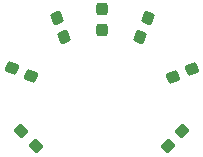
<source format=gbr>
%TF.GenerationSoftware,KiCad,Pcbnew,6.0.11+dfsg-1~bpo11+1*%
%TF.CreationDate,2023-05-08T20:11:07+01:00*%
%TF.ProjectId,gameboy_camera_flash,67616d65-626f-4795-9f63-616d6572615f,rev?*%
%TF.SameCoordinates,Original*%
%TF.FileFunction,Soldermask,Top*%
%TF.FilePolarity,Negative*%
%FSLAX46Y46*%
G04 Gerber Fmt 4.6, Leading zero omitted, Abs format (unit mm)*
G04 Created by KiCad (PCBNEW 6.0.11+dfsg-1~bpo11+1) date 2023-05-08 20:11:07*
%MOMM*%
%LPD*%
G01*
G04 APERTURE LIST*
G04 Aperture macros list*
%AMRoundRect*
0 Rectangle with rounded corners*
0 $1 Rounding radius*
0 $2 $3 $4 $5 $6 $7 $8 $9 X,Y pos of 4 corners*
0 Add a 4 corners polygon primitive as box body*
4,1,4,$2,$3,$4,$5,$6,$7,$8,$9,$2,$3,0*
0 Add four circle primitives for the rounded corners*
1,1,$1+$1,$2,$3*
1,1,$1+$1,$4,$5*
1,1,$1+$1,$6,$7*
1,1,$1+$1,$8,$9*
0 Add four rect primitives between the rounded corners*
20,1,$1+$1,$2,$3,$4,$5,0*
20,1,$1+$1,$4,$5,$6,$7,0*
20,1,$1+$1,$6,$7,$8,$9,0*
20,1,$1+$1,$8,$9,$2,$3,0*%
G04 Aperture macros list end*
%ADD10RoundRect,0.237500X0.035355X0.371231X-0.371231X-0.035355X-0.035355X-0.371231X0.371231X0.035355X0*%
%ADD11RoundRect,0.237500X0.174728X0.329443X-0.356503X0.109400X-0.174728X-0.329443X0.356503X-0.109400X0*%
%ADD12RoundRect,0.237500X-0.109400X0.356503X-0.329443X-0.174728X0.109400X-0.356503X0.329443X0.174728X0*%
%ADD13RoundRect,0.237500X-0.371231X0.035355X0.035355X-0.371231X0.371231X-0.035355X-0.035355X0.371231X0*%
%ADD14RoundRect,0.237500X-0.356503X-0.109400X0.174728X-0.329443X0.356503X0.109400X-0.174728X0.329443X0*%
%ADD15RoundRect,0.237500X-0.329443X0.174728X-0.109400X-0.356503X0.329443X-0.174728X0.109400X0.356503X0*%
%ADD16RoundRect,0.237500X-0.237500X0.287500X-0.237500X-0.287500X0.237500X-0.287500X0.237500X0.287500X0*%
G04 APERTURE END LIST*
D10*
%TO.C,D7*%
X130118718Y-83381282D03*
X128881282Y-84618718D03*
%TD*%
D11*
%TO.C,D6*%
X130908395Y-78065152D03*
X129291605Y-78734848D03*
%TD*%
D12*
%TO.C,D5*%
X127234848Y-73791605D03*
X126565152Y-75408395D03*
%TD*%
D13*
%TO.C,D4*%
X117700000Y-84600000D03*
X116462564Y-83362564D03*
%TD*%
D14*
%TO.C,D3*%
X115683210Y-78030304D03*
X117300000Y-78700000D03*
%TD*%
D15*
%TO.C,D2*%
X119465152Y-73791605D03*
X120134848Y-75408395D03*
%TD*%
D16*
%TO.C,D1*%
X123300000Y-73050000D03*
X123300000Y-74800000D03*
%TD*%
M02*

</source>
